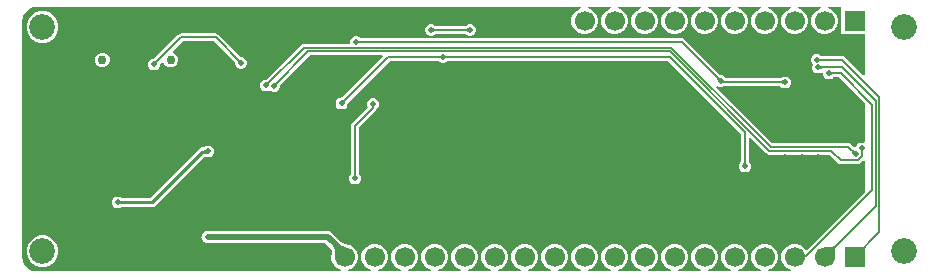
<source format=gbl>
G04*
G04 #@! TF.GenerationSoftware,Altium Limited,Altium Designer,23.1.1 (15)*
G04*
G04 Layer_Physical_Order=2*
G04 Layer_Color=16711680*
%FSLAX26Y26*%
%MOIN*%
G70*
G04*
G04 #@! TF.SameCoordinates,D0E4B440-4BE9-487C-8C21-8B387810EFB0*
G04*
G04*
G04 #@! TF.FilePolarity,Positive*
G04*
G01*
G75*
%ADD13C,0.010000*%
%ADD15C,0.006000*%
%ADD56C,0.020000*%
%ADD58C,0.085630*%
%ADD59C,0.066929*%
%ADD60R,0.066929X0.066929*%
%ADD61O,0.047244X0.078740*%
%ADD62C,0.029528*%
%ADD63O,0.047244X0.070866*%
%ADD64C,0.019685*%
G36*
X2672798Y-208849D02*
X2673579Y-209511D01*
X2674373Y-210094D01*
X2675179Y-210600D01*
X2675998Y-211028D01*
X2676829Y-211378D01*
X2677673Y-211650D01*
X2678530Y-211844D01*
X2679398Y-211961D01*
X2680280Y-212000D01*
Y-218000D01*
X2679398Y-218039D01*
X2678530Y-218156D01*
X2677673Y-218350D01*
X2676829Y-218622D01*
X2675998Y-218972D01*
X2675179Y-219400D01*
X2674373Y-219906D01*
X2673579Y-220489D01*
X2672798Y-221151D01*
X2672029Y-221890D01*
Y-208110D01*
X2672798Y-208849D01*
D02*
G37*
G36*
X60000Y-12745D02*
X1875602D01*
X1876260Y-17745D01*
X1869719Y-19498D01*
X1859808Y-25220D01*
X1851716Y-33312D01*
X1845994Y-43224D01*
X1843032Y-54278D01*
Y-65722D01*
X1845994Y-76777D01*
X1851716Y-86688D01*
X1859808Y-94781D01*
X1869719Y-100503D01*
X1880774Y-103465D01*
X1892218D01*
X1903273Y-100503D01*
X1913184Y-94781D01*
X1921276Y-86688D01*
X1926999Y-76777D01*
X1929961Y-65722D01*
Y-54278D01*
X1926999Y-43224D01*
X1921276Y-33312D01*
X1913184Y-25220D01*
X1903273Y-19498D01*
X1896732Y-17745D01*
X1897390Y-12745D01*
X1975602D01*
X1976260Y-17745D01*
X1969719Y-19498D01*
X1959808Y-25220D01*
X1951716Y-33312D01*
X1945994Y-43224D01*
X1943032Y-54278D01*
Y-65722D01*
X1945994Y-76777D01*
X1951716Y-86688D01*
X1959808Y-94781D01*
X1969719Y-100503D01*
X1980774Y-103465D01*
X1992218D01*
X2003273Y-100503D01*
X2013184Y-94781D01*
X2021276Y-86688D01*
X2026999Y-76777D01*
X2029961Y-65722D01*
Y-54278D01*
X2026999Y-43224D01*
X2021276Y-33312D01*
X2013184Y-25220D01*
X2003273Y-19498D01*
X1996732Y-17745D01*
X1997390Y-12745D01*
X2075602D01*
X2076260Y-17745D01*
X2069720Y-19498D01*
X2059808Y-25220D01*
X2051716Y-33312D01*
X2045994Y-43224D01*
X2043032Y-54278D01*
Y-65722D01*
X2045994Y-76777D01*
X2051716Y-86688D01*
X2059808Y-94781D01*
X2069720Y-100503D01*
X2080774Y-103465D01*
X2092218D01*
X2103273Y-100503D01*
X2113184Y-94781D01*
X2121276Y-86688D01*
X2126999Y-76777D01*
X2129961Y-65722D01*
Y-54278D01*
X2126999Y-43224D01*
X2121276Y-33312D01*
X2113184Y-25220D01*
X2103273Y-19498D01*
X2096732Y-17745D01*
X2097390Y-12745D01*
X2175602D01*
X2176260Y-17745D01*
X2169720Y-19498D01*
X2159808Y-25220D01*
X2151716Y-33312D01*
X2145994Y-43224D01*
X2143032Y-54278D01*
Y-65722D01*
X2145994Y-76777D01*
X2151716Y-86688D01*
X2159808Y-94781D01*
X2169720Y-100503D01*
X2180774Y-103465D01*
X2192218D01*
X2203273Y-100503D01*
X2213184Y-94781D01*
X2221276Y-86688D01*
X2226999Y-76777D01*
X2229961Y-65722D01*
Y-54278D01*
X2226999Y-43224D01*
X2221276Y-33312D01*
X2213184Y-25220D01*
X2203273Y-19498D01*
X2196732Y-17745D01*
X2197390Y-12745D01*
X2275602D01*
X2276260Y-17745D01*
X2269720Y-19498D01*
X2259808Y-25220D01*
X2251716Y-33312D01*
X2245994Y-43224D01*
X2243032Y-54278D01*
Y-65722D01*
X2245994Y-76777D01*
X2251716Y-86688D01*
X2259808Y-94781D01*
X2269720Y-100503D01*
X2280774Y-103465D01*
X2292218D01*
X2303273Y-100503D01*
X2313184Y-94781D01*
X2321276Y-86688D01*
X2326999Y-76777D01*
X2329961Y-65722D01*
Y-54278D01*
X2326999Y-43224D01*
X2321276Y-33312D01*
X2313184Y-25220D01*
X2303273Y-19498D01*
X2296732Y-17745D01*
X2297390Y-12745D01*
X2375602D01*
X2376260Y-17745D01*
X2369720Y-19498D01*
X2359808Y-25220D01*
X2351716Y-33312D01*
X2345994Y-43224D01*
X2343032Y-54278D01*
Y-65722D01*
X2345994Y-76777D01*
X2351716Y-86688D01*
X2359808Y-94781D01*
X2369720Y-100503D01*
X2380774Y-103465D01*
X2392218D01*
X2403273Y-100503D01*
X2413184Y-94781D01*
X2421276Y-86688D01*
X2426999Y-76777D01*
X2429961Y-65722D01*
Y-54278D01*
X2426999Y-43224D01*
X2421276Y-33312D01*
X2413184Y-25220D01*
X2403273Y-19498D01*
X2396732Y-17745D01*
X2397390Y-12745D01*
X2475602D01*
X2476260Y-17745D01*
X2469720Y-19498D01*
X2459808Y-25220D01*
X2451716Y-33312D01*
X2445994Y-43224D01*
X2443032Y-54278D01*
Y-65722D01*
X2445994Y-76777D01*
X2451716Y-86688D01*
X2459808Y-94781D01*
X2469720Y-100503D01*
X2480774Y-103465D01*
X2492218D01*
X2503273Y-100503D01*
X2513184Y-94781D01*
X2521276Y-86688D01*
X2526999Y-76777D01*
X2529961Y-65722D01*
Y-54278D01*
X2526999Y-43224D01*
X2521276Y-33312D01*
X2513184Y-25220D01*
X2503273Y-19498D01*
X2496732Y-17745D01*
X2497390Y-12745D01*
X2575602D01*
X2576260Y-17745D01*
X2569720Y-19498D01*
X2559808Y-25220D01*
X2551716Y-33312D01*
X2545994Y-43224D01*
X2543032Y-54278D01*
Y-65722D01*
X2545994Y-76777D01*
X2551716Y-86688D01*
X2559808Y-94781D01*
X2569720Y-100503D01*
X2580774Y-103465D01*
X2592218D01*
X2603273Y-100503D01*
X2613184Y-94781D01*
X2621276Y-86688D01*
X2626999Y-76777D01*
X2629961Y-65722D01*
Y-54278D01*
X2626999Y-43224D01*
X2621276Y-33312D01*
X2613184Y-25220D01*
X2603273Y-19498D01*
X2596732Y-17745D01*
X2597390Y-12745D01*
X2675602D01*
X2676260Y-17745D01*
X2669720Y-19498D01*
X2659808Y-25220D01*
X2651716Y-33312D01*
X2645994Y-43224D01*
X2643032Y-54278D01*
Y-65722D01*
X2645994Y-76777D01*
X2651716Y-86688D01*
X2659808Y-94781D01*
X2669720Y-100503D01*
X2680774Y-103465D01*
X2692218D01*
X2703273Y-100503D01*
X2713184Y-94781D01*
X2721276Y-86688D01*
X2726999Y-76777D01*
X2729961Y-65722D01*
Y-54278D01*
X2726999Y-43224D01*
X2721276Y-33312D01*
X2713184Y-25220D01*
X2703273Y-19498D01*
X2696732Y-17745D01*
X2697390Y-12745D01*
X2740112D01*
X2743032Y-16536D01*
Y-103465D01*
X2820000D01*
Y-239722D01*
X2815381Y-241636D01*
X2754372Y-180627D01*
X2750072Y-177754D01*
X2745000Y-176745D01*
X2674956D01*
X2671203Y-172992D01*
X2663910Y-169971D01*
X2656016D01*
X2648723Y-172992D01*
X2643141Y-178574D01*
X2640120Y-185867D01*
Y-193761D01*
X2643141Y-201054D01*
X2647496Y-205408D01*
X2645157Y-211053D01*
Y-218947D01*
X2648178Y-226240D01*
X2653760Y-231822D01*
X2661053Y-234843D01*
X2668947D01*
X2675157Y-232270D01*
X2678709Y-233809D01*
X2680157Y-234975D01*
Y-238947D01*
X2683178Y-246240D01*
X2688760Y-251822D01*
X2696053Y-254843D01*
X2703947D01*
X2711240Y-251822D01*
X2713335Y-249726D01*
X2714095Y-249240D01*
X2714632Y-248724D01*
X2714898Y-248499D01*
X2715108Y-248344D01*
X2715251Y-248255D01*
X2734510D01*
X2820000Y-333745D01*
X2820000Y-463165D01*
X2815843Y-465943D01*
X2813947Y-465158D01*
X2806053D01*
X2798760Y-468178D01*
X2793178Y-473760D01*
X2790659Y-479843D01*
X2786858Y-481290D01*
X2785157Y-481413D01*
X2774372Y-470627D01*
X2770072Y-467754D01*
X2765000Y-466745D01*
X2512026D01*
X2325930Y-280649D01*
X2328760Y-276822D01*
X2336053Y-279842D01*
X2343947D01*
X2349993Y-277338D01*
X2350115Y-277297D01*
X2350176Y-277262D01*
X2351240Y-276822D01*
X2351536Y-276525D01*
X2352633Y-276041D01*
X2352937Y-275933D01*
X2353287Y-275829D01*
X2353574Y-275762D01*
X2353613Y-275755D01*
X2537977D01*
X2538178Y-276240D01*
X2543760Y-281822D01*
X2551053Y-284842D01*
X2558947D01*
X2566240Y-281822D01*
X2571822Y-276240D01*
X2574843Y-268947D01*
Y-261053D01*
X2571822Y-253760D01*
X2566240Y-248178D01*
X2558947Y-245157D01*
X2551053D01*
X2545006Y-247662D01*
X2544885Y-247703D01*
X2544825Y-247737D01*
X2543760Y-248178D01*
X2543464Y-248475D01*
X2542365Y-248959D01*
X2542065Y-249066D01*
X2541711Y-249172D01*
X2541427Y-249238D01*
X2541386Y-249245D01*
X2357023D01*
X2356822Y-248760D01*
X2351240Y-243178D01*
X2343947Y-240157D01*
X2340984D01*
X2340102Y-239964D01*
X2339360Y-239950D01*
X2339008Y-239920D01*
X2338753Y-239881D01*
X2338588Y-239844D01*
X2219372Y-120627D01*
X2215072Y-117754D01*
X2210000Y-116745D01*
X1139807D01*
X1136240Y-113178D01*
X1128947Y-110157D01*
X1121053D01*
X1113760Y-113178D01*
X1108178Y-118760D01*
X1105158Y-126053D01*
Y-133947D01*
X1103850Y-135903D01*
X951654D01*
X946581Y-136912D01*
X942281Y-139785D01*
X826909Y-255158D01*
X821864D01*
X814571Y-258179D01*
X808990Y-263760D01*
X805969Y-271053D01*
Y-278947D01*
X808990Y-286240D01*
X814571Y-291822D01*
X821864Y-294843D01*
X829758D01*
X837051Y-291822D01*
X838654Y-290219D01*
X840737Y-292303D01*
X848030Y-295324D01*
X855924D01*
X863217Y-292303D01*
X868799Y-286721D01*
X871820Y-279428D01*
Y-274384D01*
X971791Y-174412D01*
X1211806D01*
X1213720Y-179032D01*
X1077908Y-314844D01*
X1077743Y-314882D01*
X1077488Y-314921D01*
X1077136Y-314950D01*
X1076394Y-314964D01*
X1075513Y-315158D01*
X1072549D01*
X1065256Y-318179D01*
X1059675Y-323760D01*
X1056654Y-331053D01*
Y-338947D01*
X1059675Y-346240D01*
X1065256Y-351822D01*
X1072549Y-354843D01*
X1080443D01*
X1087736Y-351822D01*
X1093318Y-346240D01*
X1096339Y-338947D01*
Y-335984D01*
X1096532Y-335103D01*
X1096547Y-334360D01*
X1096576Y-334009D01*
X1096615Y-333753D01*
X1096653Y-333589D01*
X1236987Y-193255D01*
X1400193D01*
X1403760Y-196822D01*
X1411053Y-199843D01*
X1418947D01*
X1426240Y-196822D01*
X1429807Y-193255D01*
X2164510D01*
X2406745Y-435490D01*
Y-529749D01*
X2406656Y-529891D01*
X2406501Y-530102D01*
X2406276Y-530368D01*
X2405760Y-530904D01*
X2405274Y-531665D01*
X2403178Y-533760D01*
X2400157Y-541053D01*
Y-548947D01*
X2403178Y-556240D01*
X2408760Y-561822D01*
X2416053Y-564842D01*
X2423947D01*
X2431240Y-561822D01*
X2436822Y-556240D01*
X2439843Y-548947D01*
Y-541053D01*
X2436822Y-533760D01*
X2434726Y-531665D01*
X2434240Y-530904D01*
X2433724Y-530368D01*
X2433499Y-530102D01*
X2433344Y-529891D01*
X2433255Y-529749D01*
Y-448967D01*
X2437874Y-447054D01*
X2492193Y-501373D01*
X2496493Y-504246D01*
X2501565Y-505255D01*
X2701510D01*
X2730628Y-534372D01*
X2734928Y-537246D01*
X2740000Y-538255D01*
X2796647D01*
X2801720Y-537246D01*
X2806020Y-534372D01*
X2815000Y-525392D01*
X2820000Y-527463D01*
Y-631255D01*
X2627571Y-823684D01*
X2622614Y-823031D01*
X2621276Y-820714D01*
X2613184Y-812622D01*
X2603273Y-806899D01*
X2592218Y-803937D01*
X2580774D01*
X2569720Y-806899D01*
X2559808Y-812622D01*
X2551716Y-820714D01*
X2545994Y-830625D01*
X2543032Y-841680D01*
Y-853124D01*
X2545994Y-864179D01*
X2551716Y-874090D01*
X2559808Y-882182D01*
X2569720Y-887904D01*
X2576261Y-889657D01*
X2575603Y-894657D01*
X2497390D01*
X2496731Y-889657D01*
X2503273Y-887904D01*
X2513184Y-882182D01*
X2521276Y-874090D01*
X2526999Y-864179D01*
X2529961Y-853124D01*
Y-841680D01*
X2526999Y-830625D01*
X2521276Y-820714D01*
X2513184Y-812622D01*
X2503273Y-806899D01*
X2492218Y-803937D01*
X2480774D01*
X2469720Y-806899D01*
X2459808Y-812622D01*
X2451716Y-820714D01*
X2445994Y-830625D01*
X2443032Y-841680D01*
Y-853124D01*
X2445994Y-864179D01*
X2451716Y-874090D01*
X2459808Y-882182D01*
X2469720Y-887904D01*
X2476261Y-889657D01*
X2475603Y-894657D01*
X2397390D01*
X2396731Y-889657D01*
X2403273Y-887904D01*
X2413184Y-882182D01*
X2421276Y-874090D01*
X2426999Y-864179D01*
X2429961Y-853124D01*
Y-841680D01*
X2426999Y-830625D01*
X2421276Y-820714D01*
X2413184Y-812622D01*
X2403273Y-806899D01*
X2392218Y-803937D01*
X2380774D01*
X2369720Y-806899D01*
X2359808Y-812622D01*
X2351716Y-820714D01*
X2345994Y-830625D01*
X2343032Y-841680D01*
Y-853124D01*
X2345994Y-864179D01*
X2351716Y-874090D01*
X2359808Y-882182D01*
X2369720Y-887904D01*
X2376261Y-889657D01*
X2375603Y-894657D01*
X2297390D01*
X2296731Y-889657D01*
X2303273Y-887904D01*
X2313184Y-882182D01*
X2321276Y-874090D01*
X2326999Y-864179D01*
X2329961Y-853124D01*
Y-841680D01*
X2326999Y-830625D01*
X2321276Y-820714D01*
X2313184Y-812622D01*
X2303273Y-806899D01*
X2292218Y-803937D01*
X2280774D01*
X2269720Y-806899D01*
X2259808Y-812622D01*
X2251716Y-820714D01*
X2245994Y-830625D01*
X2243032Y-841680D01*
Y-853124D01*
X2245994Y-864179D01*
X2251716Y-874090D01*
X2259808Y-882182D01*
X2269720Y-887904D01*
X2276261Y-889657D01*
X2275603Y-894657D01*
X2197390D01*
X2196731Y-889657D01*
X2203273Y-887904D01*
X2213184Y-882182D01*
X2221276Y-874090D01*
X2226999Y-864179D01*
X2229961Y-853124D01*
Y-841680D01*
X2226999Y-830625D01*
X2221276Y-820714D01*
X2213184Y-812622D01*
X2203273Y-806899D01*
X2192218Y-803937D01*
X2180774D01*
X2169720Y-806899D01*
X2159808Y-812622D01*
X2151716Y-820714D01*
X2145994Y-830625D01*
X2143032Y-841680D01*
Y-853124D01*
X2145994Y-864179D01*
X2151716Y-874090D01*
X2159808Y-882182D01*
X2169720Y-887904D01*
X2176261Y-889657D01*
X2175603Y-894657D01*
X2097390D01*
X2096731Y-889657D01*
X2103273Y-887904D01*
X2113184Y-882182D01*
X2121276Y-874090D01*
X2126999Y-864179D01*
X2129961Y-853124D01*
Y-841680D01*
X2126999Y-830625D01*
X2121276Y-820714D01*
X2113184Y-812622D01*
X2103273Y-806899D01*
X2092218Y-803937D01*
X2080774D01*
X2069720Y-806899D01*
X2059808Y-812622D01*
X2051716Y-820714D01*
X2045994Y-830625D01*
X2043032Y-841680D01*
Y-853124D01*
X2045994Y-864179D01*
X2051716Y-874090D01*
X2059808Y-882182D01*
X2069720Y-887904D01*
X2076261Y-889657D01*
X2075603Y-894657D01*
X1997390D01*
X1996731Y-889657D01*
X2003273Y-887904D01*
X2013184Y-882182D01*
X2021276Y-874090D01*
X2026999Y-864179D01*
X2029961Y-853124D01*
Y-841680D01*
X2026999Y-830625D01*
X2021276Y-820714D01*
X2013184Y-812622D01*
X2003273Y-806899D01*
X1992218Y-803937D01*
X1980774D01*
X1969719Y-806899D01*
X1959808Y-812622D01*
X1951716Y-820714D01*
X1945994Y-830625D01*
X1943032Y-841680D01*
Y-853124D01*
X1945994Y-864179D01*
X1951716Y-874090D01*
X1959808Y-882182D01*
X1969719Y-887904D01*
X1976261Y-889657D01*
X1975603Y-894657D01*
X1897389D01*
X1896731Y-889657D01*
X1903273Y-887904D01*
X1913184Y-882182D01*
X1921276Y-874090D01*
X1926999Y-864179D01*
X1929961Y-853124D01*
Y-841680D01*
X1926999Y-830625D01*
X1921276Y-820714D01*
X1913184Y-812622D01*
X1903273Y-806899D01*
X1892218Y-803937D01*
X1880774D01*
X1869719Y-806899D01*
X1859808Y-812622D01*
X1851716Y-820714D01*
X1845994Y-830625D01*
X1843032Y-841680D01*
Y-853124D01*
X1845994Y-864179D01*
X1851716Y-874090D01*
X1859808Y-882182D01*
X1869719Y-887904D01*
X1876261Y-889657D01*
X1875603Y-894657D01*
X1797389D01*
X1796731Y-889657D01*
X1803273Y-887904D01*
X1813184Y-882182D01*
X1821276Y-874090D01*
X1826999Y-864179D01*
X1829961Y-853124D01*
Y-841680D01*
X1826999Y-830625D01*
X1821276Y-820714D01*
X1813184Y-812622D01*
X1803273Y-806899D01*
X1792218Y-803937D01*
X1780774D01*
X1769719Y-806899D01*
X1759808Y-812622D01*
X1751716Y-820714D01*
X1745994Y-830625D01*
X1743032Y-841680D01*
Y-853124D01*
X1745994Y-864179D01*
X1751716Y-874090D01*
X1759808Y-882182D01*
X1769719Y-887904D01*
X1776261Y-889657D01*
X1775603Y-894657D01*
X1697389D01*
X1696731Y-889657D01*
X1703273Y-887904D01*
X1713184Y-882182D01*
X1721276Y-874090D01*
X1726999Y-864179D01*
X1729961Y-853124D01*
Y-841680D01*
X1726999Y-830625D01*
X1721276Y-820714D01*
X1713184Y-812622D01*
X1703273Y-806899D01*
X1692218Y-803937D01*
X1680774D01*
X1669719Y-806899D01*
X1659808Y-812622D01*
X1651716Y-820714D01*
X1645994Y-830625D01*
X1643032Y-841680D01*
Y-853124D01*
X1645994Y-864179D01*
X1651716Y-874090D01*
X1659808Y-882182D01*
X1669719Y-887904D01*
X1676261Y-889657D01*
X1675603Y-894657D01*
X1597389D01*
X1596731Y-889657D01*
X1603273Y-887904D01*
X1613184Y-882182D01*
X1621276Y-874090D01*
X1626999Y-864179D01*
X1629961Y-853124D01*
Y-841680D01*
X1626999Y-830625D01*
X1621276Y-820714D01*
X1613184Y-812622D01*
X1603273Y-806899D01*
X1592218Y-803937D01*
X1580774D01*
X1569719Y-806899D01*
X1559808Y-812622D01*
X1551716Y-820714D01*
X1545994Y-830625D01*
X1543032Y-841680D01*
Y-853124D01*
X1545994Y-864179D01*
X1551716Y-874090D01*
X1559808Y-882182D01*
X1569719Y-887904D01*
X1576261Y-889657D01*
X1575603Y-894657D01*
X1497389Y-894657D01*
X1496731Y-889657D01*
X1503273Y-887904D01*
X1513184Y-882182D01*
X1521276Y-874090D01*
X1526999Y-864179D01*
X1529961Y-853124D01*
Y-841680D01*
X1526999Y-830625D01*
X1521276Y-820714D01*
X1513184Y-812622D01*
X1503273Y-806899D01*
X1492218Y-803937D01*
X1480774D01*
X1469719Y-806899D01*
X1459808Y-812622D01*
X1451716Y-820714D01*
X1445994Y-830625D01*
X1443032Y-841680D01*
Y-853124D01*
X1445994Y-864179D01*
X1451716Y-874090D01*
X1459808Y-882182D01*
X1469719Y-887904D01*
X1476261Y-889657D01*
X1475603Y-894657D01*
X1397389D01*
X1396731Y-889657D01*
X1403273Y-887904D01*
X1413184Y-882182D01*
X1421276Y-874090D01*
X1426999Y-864179D01*
X1429961Y-853124D01*
Y-841680D01*
X1426999Y-830625D01*
X1421276Y-820714D01*
X1413184Y-812622D01*
X1403273Y-806899D01*
X1392218Y-803937D01*
X1380774D01*
X1369719Y-806899D01*
X1359808Y-812622D01*
X1351716Y-820714D01*
X1345994Y-830625D01*
X1343032Y-841680D01*
Y-853124D01*
X1345994Y-864179D01*
X1351716Y-874090D01*
X1359808Y-882182D01*
X1369719Y-887904D01*
X1376261Y-889657D01*
X1375603Y-894657D01*
X1297389D01*
X1296731Y-889657D01*
X1303273Y-887904D01*
X1313184Y-882182D01*
X1321276Y-874090D01*
X1326999Y-864179D01*
X1329961Y-853124D01*
Y-841680D01*
X1326999Y-830625D01*
X1321276Y-820714D01*
X1313184Y-812622D01*
X1303273Y-806899D01*
X1292218Y-803937D01*
X1280774D01*
X1269719Y-806899D01*
X1259808Y-812622D01*
X1251716Y-820714D01*
X1245994Y-830625D01*
X1243032Y-841680D01*
Y-853124D01*
X1245994Y-864179D01*
X1251716Y-874090D01*
X1259808Y-882182D01*
X1269719Y-887904D01*
X1276261Y-889657D01*
X1275603Y-894657D01*
X1197389D01*
X1196731Y-889657D01*
X1203273Y-887904D01*
X1213184Y-882182D01*
X1221276Y-874090D01*
X1226999Y-864179D01*
X1229961Y-853124D01*
Y-841680D01*
X1226999Y-830625D01*
X1221276Y-820714D01*
X1213184Y-812622D01*
X1203273Y-806899D01*
X1192218Y-803937D01*
X1180774D01*
X1169719Y-806899D01*
X1159808Y-812622D01*
X1151716Y-820714D01*
X1145994Y-830625D01*
X1143032Y-841680D01*
Y-853124D01*
X1145994Y-864179D01*
X1151716Y-874090D01*
X1159808Y-882182D01*
X1169719Y-887904D01*
X1176261Y-889657D01*
X1175603Y-894657D01*
X1097389D01*
X1096731Y-889657D01*
X1103273Y-887904D01*
X1113184Y-882182D01*
X1121276Y-874090D01*
X1126999Y-864179D01*
X1129961Y-853124D01*
Y-841680D01*
X1126999Y-830625D01*
X1121276Y-820714D01*
X1113184Y-812622D01*
X1103273Y-806899D01*
X1098622Y-805653D01*
X1097869Y-805254D01*
X1090821Y-803142D01*
X1088050Y-802128D01*
X1082546Y-799676D01*
X1080345Y-798486D01*
X1078248Y-797194D01*
X1076365Y-795868D01*
X1075524Y-795190D01*
X1045915Y-765581D01*
X1039300Y-761161D01*
X1031496Y-759609D01*
X630001D01*
X630000Y-759608D01*
X627238Y-760158D01*
X626053D01*
X624958Y-760611D01*
X622196Y-761160D01*
X619855Y-762725D01*
X618760Y-763178D01*
X617922Y-764016D01*
X615581Y-765581D01*
X614016Y-767922D01*
X613178Y-768760D01*
X612725Y-769855D01*
X611160Y-772196D01*
X610611Y-774958D01*
X610158Y-776053D01*
Y-777238D01*
X609608Y-780000D01*
X610158Y-782762D01*
Y-783947D01*
X610611Y-785042D01*
X611160Y-787804D01*
X612725Y-790145D01*
X613178Y-791240D01*
X614016Y-792078D01*
X615581Y-794419D01*
X615581Y-794419D01*
X617922Y-795984D01*
X618760Y-796822D01*
X619855Y-797275D01*
X622197Y-798840D01*
X624959Y-799389D01*
X626053Y-799842D01*
X627237D01*
X630000Y-800392D01*
X1023050D01*
X1042279Y-819621D01*
X1043074Y-820706D01*
X1043944Y-822218D01*
X1044601Y-823746D01*
X1045071Y-825331D01*
X1045363Y-827019D01*
X1045471Y-828857D01*
X1045375Y-830880D01*
X1045049Y-833107D01*
X1044373Y-835945D01*
X1044341Y-836795D01*
X1043032Y-841680D01*
Y-853124D01*
X1045994Y-864179D01*
X1051716Y-874090D01*
X1059808Y-882182D01*
X1069719Y-887904D01*
X1076261Y-889657D01*
X1075603Y-894657D01*
X64992Y-894657D01*
X60000Y-894657D01*
X55199Y-894176D01*
X47730Y-893192D01*
X36297Y-888456D01*
X26479Y-880923D01*
X18945Y-871105D01*
X14210Y-859671D01*
X12654Y-847857D01*
X12745Y-847402D01*
Y-60000D01*
X12654Y-59545D01*
X14210Y-47731D01*
X18945Y-36297D01*
X26479Y-26479D01*
X36297Y-18946D01*
X47730Y-14210D01*
X59544Y-12655D01*
X60000Y-12745D01*
D02*
G37*
G36*
X2707798Y-228849D02*
X2708579Y-229511D01*
X2709373Y-230094D01*
X2710179Y-230600D01*
X2710998Y-231028D01*
X2711829Y-231378D01*
X2712673Y-231650D01*
X2713530Y-231844D01*
X2714398Y-231961D01*
X2715280Y-232000D01*
Y-238000D01*
X2714398Y-238039D01*
X2713530Y-238156D01*
X2712673Y-238350D01*
X2711829Y-238622D01*
X2710998Y-238972D01*
X2710179Y-239400D01*
X2709373Y-239906D01*
X2708579Y-240489D01*
X2707798Y-241151D01*
X2707029Y-241890D01*
Y-228110D01*
X2707798Y-228849D01*
D02*
G37*
G36*
X2331968Y-247670D02*
X2332665Y-248202D01*
X2333408Y-248670D01*
X2334197Y-249074D01*
X2335032Y-249414D01*
X2335914Y-249691D01*
X2336841Y-249903D01*
X2337815Y-250052D01*
X2338835Y-250137D01*
X2339902Y-250158D01*
X2330158Y-259902D01*
X2330137Y-258835D01*
X2330052Y-257815D01*
X2329903Y-256841D01*
X2329691Y-255914D01*
X2329414Y-255032D01*
X2329074Y-254197D01*
X2328670Y-253408D01*
X2328202Y-252665D01*
X2327670Y-251968D01*
X2327074Y-251317D01*
X2331317Y-247074D01*
X2331968Y-247670D01*
D02*
G37*
G36*
X2349070Y-255954D02*
X2349636Y-256698D01*
X2350245Y-257355D01*
X2350898Y-257924D01*
X2351595Y-258406D01*
X2352335Y-258800D01*
X2353119Y-259106D01*
X2353948Y-259325D01*
X2354820Y-259456D01*
X2355735Y-259500D01*
X2354068Y-265500D01*
X2353242Y-265530D01*
X2352400Y-265618D01*
X2351541Y-265766D01*
X2350664Y-265972D01*
X2349771Y-266238D01*
X2348861Y-266562D01*
X2346988Y-267388D01*
X2346027Y-267889D01*
X2345048Y-268449D01*
X2348548Y-255122D01*
X2349070Y-255954D01*
D02*
G37*
G36*
X2546452Y-269879D02*
X2545930Y-269047D01*
X2545365Y-268302D01*
X2544755Y-267646D01*
X2544102Y-267076D01*
X2543405Y-266595D01*
X2542665Y-266201D01*
X2541881Y-265894D01*
X2541052Y-265675D01*
X2540180Y-265544D01*
X2539265Y-265500D01*
X2540932Y-259500D01*
X2541757Y-259471D01*
X2542599Y-259382D01*
X2543459Y-259235D01*
X2544335Y-259028D01*
X2545229Y-258763D01*
X2546139Y-258438D01*
X2548011Y-257613D01*
X2548973Y-257111D01*
X2549951Y-256551D01*
X2546452Y-269879D01*
D02*
G37*
G36*
X1089422Y-326317D02*
X1088826Y-326968D01*
X1088294Y-327665D01*
X1087826Y-328408D01*
X1087422Y-329197D01*
X1087082Y-330033D01*
X1086805Y-330914D01*
X1086593Y-331842D01*
X1086444Y-332816D01*
X1086359Y-333836D01*
X1086338Y-334902D01*
X1076595Y-325158D01*
X1077661Y-325137D01*
X1078681Y-325052D01*
X1079655Y-324904D01*
X1080582Y-324691D01*
X1081464Y-324415D01*
X1082299Y-324074D01*
X1083089Y-323670D01*
X1083832Y-323202D01*
X1084528Y-322670D01*
X1085179Y-322075D01*
X1089422Y-326317D01*
D02*
G37*
G36*
X2781968Y-492670D02*
X2782665Y-493202D01*
X2783408Y-493670D01*
X2784197Y-494074D01*
X2785032Y-494414D01*
X2785914Y-494691D01*
X2786841Y-494903D01*
X2787815Y-495052D01*
X2788835Y-495137D01*
X2789902Y-495158D01*
X2780158Y-504902D01*
X2780137Y-503835D01*
X2780052Y-502815D01*
X2779903Y-501841D01*
X2779691Y-500914D01*
X2779414Y-500032D01*
X2779074Y-499197D01*
X2778670Y-498408D01*
X2778202Y-497665D01*
X2777670Y-496968D01*
X2777074Y-496317D01*
X2781317Y-492074D01*
X2781968Y-492670D01*
D02*
G37*
G36*
X2423039Y-530602D02*
X2423156Y-531471D01*
X2423350Y-532327D01*
X2423622Y-533171D01*
X2423972Y-534002D01*
X2424400Y-534821D01*
X2424906Y-535627D01*
X2425489Y-536421D01*
X2426151Y-537202D01*
X2426890Y-537971D01*
X2413110D01*
X2413849Y-537202D01*
X2414511Y-536421D01*
X2415094Y-535627D01*
X2415600Y-534821D01*
X2416028Y-534002D01*
X2416378Y-533171D01*
X2416650Y-532327D01*
X2416844Y-531471D01*
X2416961Y-530602D01*
X2417000Y-529720D01*
X2423000D01*
X2423039Y-530602D01*
D02*
G37*
G36*
X2824083Y-814057D02*
X2822883Y-815299D01*
X2820993Y-817519D01*
X2820302Y-818499D01*
X2819781Y-819391D01*
X2819429Y-820196D01*
X2819248Y-820913D01*
X2819236Y-821544D01*
X2819393Y-822087D01*
X2819721Y-822543D01*
X2811355Y-814177D01*
X2811811Y-814505D01*
X2812354Y-814663D01*
X2812985Y-814650D01*
X2813702Y-814469D01*
X2814507Y-814117D01*
X2815400Y-813596D01*
X2816379Y-812905D01*
X2817446Y-812045D01*
X2819841Y-809815D01*
X2824083Y-814057D01*
D02*
G37*
G36*
X1068004Y-802223D02*
X1070223Y-804013D01*
X1072635Y-805711D01*
X1075240Y-807317D01*
X1078040Y-808831D01*
X1084220Y-811583D01*
X1087600Y-812821D01*
X1094942Y-815021D01*
X1054290Y-838310D01*
X1055072Y-835031D01*
X1055536Y-831861D01*
X1055681Y-828800D01*
X1055507Y-825848D01*
X1055016Y-823005D01*
X1054206Y-820272D01*
X1053077Y-817647D01*
X1051630Y-815131D01*
X1049865Y-812725D01*
X1047781Y-810427D01*
X1065980Y-800341D01*
X1068004Y-802223D01*
D02*
G37*
G36*
X2726383Y-811758D02*
X2725111Y-813319D01*
X2723979Y-815317D01*
X2722987Y-817754D01*
X2722134Y-820628D01*
X2721422Y-823940D01*
X2720850Y-827690D01*
X2720124Y-836503D01*
X2719959Y-847067D01*
X2686831Y-813939D01*
X2692332Y-813926D01*
X2706208Y-813048D01*
X2709958Y-812476D01*
X2713270Y-811764D01*
X2716144Y-810911D01*
X2718581Y-809919D01*
X2720579Y-808787D01*
X2722140Y-807515D01*
X2726383Y-811758D01*
D02*
G37*
G36*
X2618888Y-838749D02*
X2619233Y-839338D01*
X2619673Y-839857D01*
X2620210Y-840308D01*
X2620843Y-840688D01*
X2621571Y-841000D01*
X2622396Y-841242D01*
X2623317Y-841415D01*
X2624333Y-841519D01*
X2625446Y-841554D01*
Y-847554D01*
X2624436Y-847590D01*
X2623524Y-847697D01*
X2622711Y-847875D01*
X2621994Y-848126D01*
X2621376Y-848447D01*
X2620856Y-848840D01*
X2620433Y-849304D01*
X2620109Y-849840D01*
X2619882Y-850448D01*
X2619753Y-851126D01*
X2618640Y-838092D01*
X2618888Y-838749D01*
D02*
G37*
%LPC*%
G36*
X1378947Y-70157D02*
X1371053D01*
X1363760Y-73178D01*
X1358178Y-78760D01*
X1355158Y-86053D01*
Y-93947D01*
X1358178Y-101240D01*
X1363760Y-106822D01*
X1371053Y-109843D01*
X1378947D01*
X1386240Y-106822D01*
X1388025Y-105036D01*
X1388669Y-104650D01*
X1389237Y-104134D01*
X1389543Y-103889D01*
X1389790Y-103716D01*
X1389977Y-103603D01*
X1390080Y-103552D01*
X1488977D01*
X1488990Y-103560D01*
X1489162Y-103692D01*
X1489393Y-103899D01*
X1489897Y-104412D01*
X1490730Y-104979D01*
X1493166Y-107416D01*
X1500459Y-110437D01*
X1508353D01*
X1515646Y-107416D01*
X1521227Y-101834D01*
X1524248Y-94541D01*
Y-86647D01*
X1521227Y-79354D01*
X1515646Y-73772D01*
X1508353Y-70752D01*
X1500459D01*
X1493166Y-73772D01*
X1491380Y-75558D01*
X1490737Y-75944D01*
X1490168Y-76460D01*
X1489863Y-76705D01*
X1489616Y-76878D01*
X1489428Y-76991D01*
X1489326Y-77042D01*
X1390429D01*
X1390416Y-77034D01*
X1390244Y-76902D01*
X1390013Y-76695D01*
X1389508Y-76182D01*
X1388676Y-75615D01*
X1386240Y-73178D01*
X1378947Y-70157D01*
D02*
G37*
G36*
X86638Y-26870D02*
X72732D01*
X59299Y-30470D01*
X47256Y-37423D01*
X37423Y-47256D01*
X30469Y-59300D01*
X26870Y-72732D01*
Y-86638D01*
X30469Y-100071D01*
X37423Y-112114D01*
X47256Y-121948D01*
X59299Y-128901D01*
X72732Y-132500D01*
X86638D01*
X100071Y-128901D01*
X112114Y-121948D01*
X121947Y-112114D01*
X128901Y-100071D01*
X132500Y-86638D01*
Y-72732D01*
X128901Y-59300D01*
X121947Y-47256D01*
X112114Y-37423D01*
X100071Y-30470D01*
X86638Y-26870D01*
D02*
G37*
G36*
X283862Y-165236D02*
X274010D01*
X264909Y-169006D01*
X257942Y-175973D01*
X254172Y-185074D01*
Y-194926D01*
X257942Y-204028D01*
X264909Y-210994D01*
X274010Y-214764D01*
X283862D01*
X292964Y-210994D01*
X299930Y-204028D01*
X303700Y-194926D01*
Y-185074D01*
X299930Y-175973D01*
X292964Y-169006D01*
X283862Y-165236D01*
D02*
G37*
G36*
X656496Y-101746D02*
X541496D01*
X536424Y-102755D01*
X532124Y-105628D01*
X452908Y-184844D01*
X452743Y-184881D01*
X452488Y-184921D01*
X452136Y-184950D01*
X451394Y-184964D01*
X450513Y-185158D01*
X447549D01*
X440256Y-188179D01*
X434675Y-193760D01*
X431654Y-201053D01*
Y-208947D01*
X434675Y-216240D01*
X440256Y-221822D01*
X447549Y-224843D01*
X455443D01*
X462736Y-221822D01*
X468318Y-216240D01*
X471339Y-208947D01*
Y-205984D01*
X471532Y-205103D01*
X471547Y-204360D01*
X471576Y-204009D01*
X471615Y-203753D01*
X471653Y-203589D01*
X477490Y-197751D01*
X483388Y-198924D01*
X485502Y-204028D01*
X492469Y-210994D01*
X501570Y-214764D01*
X511422D01*
X520524Y-210994D01*
X527490Y-204028D01*
X531260Y-194926D01*
Y-185074D01*
X527490Y-175973D01*
X520524Y-169006D01*
X515420Y-166892D01*
X514247Y-160994D01*
X546986Y-128255D01*
X651006D01*
X721340Y-198589D01*
X721377Y-198753D01*
X721416Y-199009D01*
X721446Y-199360D01*
X721460Y-200103D01*
X721654Y-200984D01*
Y-203947D01*
X724675Y-211240D01*
X730256Y-216822D01*
X737549Y-219843D01*
X745443D01*
X752736Y-216822D01*
X758318Y-211240D01*
X761339Y-203947D01*
Y-196053D01*
X758318Y-188760D01*
X752736Y-183179D01*
X745443Y-180158D01*
X742480D01*
X741599Y-179964D01*
X740856Y-179950D01*
X740505Y-179921D01*
X740249Y-179881D01*
X740085Y-179844D01*
X665869Y-105628D01*
X661569Y-102755D01*
X656496Y-101746D01*
D02*
G37*
G36*
X635443Y-475158D02*
X627549D01*
X620256Y-478179D01*
X616875Y-481560D01*
X612092D01*
X606239Y-482724D01*
X601278Y-486039D01*
X437611Y-649706D01*
X342768D01*
X341240Y-648178D01*
X333947Y-645158D01*
X326053D01*
X318760Y-648178D01*
X313178Y-653760D01*
X310158Y-661053D01*
Y-668947D01*
X313178Y-676240D01*
X318760Y-681822D01*
X326053Y-684842D01*
X333947D01*
X341240Y-681822D01*
X342768Y-680294D01*
X443945D01*
X449798Y-679130D01*
X454760Y-675814D01*
X618427Y-512147D01*
X620804D01*
X621141Y-512188D01*
X627549Y-514843D01*
X635443D01*
X642736Y-511822D01*
X648318Y-506240D01*
X651339Y-498947D01*
Y-491053D01*
X648318Y-483760D01*
X642736Y-478179D01*
X635443Y-475158D01*
D02*
G37*
G36*
X1185443Y-318112D02*
X1177549D01*
X1170256Y-321133D01*
X1164675Y-326715D01*
X1161654Y-334008D01*
Y-341902D01*
X1164347Y-348404D01*
X1112124Y-400628D01*
X1109251Y-404928D01*
X1108242Y-410000D01*
Y-569749D01*
X1108152Y-569892D01*
X1107998Y-570102D01*
X1107772Y-570368D01*
X1107257Y-570905D01*
X1106770Y-571665D01*
X1104675Y-573760D01*
X1101654Y-581053D01*
Y-588947D01*
X1104675Y-596240D01*
X1110256Y-601822D01*
X1117549Y-604843D01*
X1125443D01*
X1132736Y-601822D01*
X1138318Y-596240D01*
X1141339Y-588947D01*
Y-581053D01*
X1138318Y-573760D01*
X1136223Y-571665D01*
X1135736Y-570905D01*
X1135220Y-570368D01*
X1134995Y-570102D01*
X1134840Y-569892D01*
X1134751Y-569749D01*
Y-415491D01*
X1189568Y-360674D01*
X1192441Y-356373D01*
X1192764Y-354748D01*
X1198318Y-349195D01*
X1201339Y-341902D01*
Y-334008D01*
X1198318Y-326715D01*
X1192736Y-321133D01*
X1185443Y-318112D01*
D02*
G37*
G36*
X86638Y-774902D02*
X72732D01*
X59299Y-778501D01*
X47256Y-785455D01*
X37423Y-795288D01*
X30469Y-807331D01*
X26870Y-820764D01*
Y-834670D01*
X30469Y-848103D01*
X37423Y-860146D01*
X47256Y-869979D01*
X59299Y-876933D01*
X72732Y-880532D01*
X86638D01*
X100071Y-876933D01*
X112114Y-869979D01*
X121947Y-860146D01*
X128901Y-848103D01*
X132500Y-834670D01*
Y-820764D01*
X128901Y-807331D01*
X121947Y-795288D01*
X112114Y-785455D01*
X100071Y-778501D01*
X86638Y-774902D01*
D02*
G37*
%LPD*%
G36*
X1382975Y-84080D02*
X1383732Y-84755D01*
X1384505Y-85351D01*
X1385294Y-85867D01*
X1386100Y-86304D01*
X1386922Y-86662D01*
X1387759Y-86940D01*
X1388613Y-87138D01*
X1389483Y-87257D01*
X1390370Y-87297D01*
X1390179Y-93297D01*
X1389303Y-93335D01*
X1388436Y-93449D01*
X1387578Y-93639D01*
X1386728Y-93905D01*
X1385887Y-94248D01*
X1385056Y-94666D01*
X1384233Y-95160D01*
X1383419Y-95730D01*
X1382614Y-96376D01*
X1381818Y-97099D01*
X1382234Y-83326D01*
X1382975Y-84080D01*
D02*
G37*
G36*
X1497172Y-97269D02*
X1496431Y-96514D01*
X1495674Y-95839D01*
X1494901Y-95243D01*
X1494111Y-94727D01*
X1493306Y-94290D01*
X1492484Y-93933D01*
X1491647Y-93654D01*
X1490793Y-93456D01*
X1489922Y-93337D01*
X1489036Y-93297D01*
X1489226Y-87297D01*
X1490103Y-87259D01*
X1490970Y-87145D01*
X1491828Y-86955D01*
X1492678Y-86689D01*
X1493518Y-86347D01*
X1494350Y-85928D01*
X1495173Y-85434D01*
X1495987Y-84864D01*
X1496792Y-84218D01*
X1497588Y-83495D01*
X1497172Y-97269D01*
D02*
G37*
G36*
X733464Y-187670D02*
X734161Y-188202D01*
X734904Y-188670D01*
X735693Y-189074D01*
X736528Y-189415D01*
X737410Y-189691D01*
X738338Y-189904D01*
X739312Y-190052D01*
X740332Y-190137D01*
X741398Y-190158D01*
X731654Y-199902D01*
X731633Y-198836D01*
X731548Y-197816D01*
X731399Y-196842D01*
X731187Y-195914D01*
X730910Y-195032D01*
X730570Y-194197D01*
X730166Y-193408D01*
X729698Y-192665D01*
X729166Y-191968D01*
X728571Y-191317D01*
X732813Y-187075D01*
X733464Y-187670D01*
D02*
G37*
G36*
X464422Y-196317D02*
X463826Y-196968D01*
X463294Y-197665D01*
X462826Y-198408D01*
X462422Y-199197D01*
X462082Y-200032D01*
X461805Y-200914D01*
X461593Y-201842D01*
X461444Y-202816D01*
X461359Y-203836D01*
X461338Y-204902D01*
X451595Y-195158D01*
X452661Y-195137D01*
X453681Y-195052D01*
X454655Y-194904D01*
X455582Y-194691D01*
X456464Y-194415D01*
X457299Y-194074D01*
X458089Y-193670D01*
X458832Y-193202D01*
X459529Y-192670D01*
X460179Y-192075D01*
X464422Y-196317D01*
D02*
G37*
G36*
X625890Y-503090D02*
X625495Y-502855D01*
X625024Y-502645D01*
X624478Y-502459D01*
X623855Y-502299D01*
X623157Y-502163D01*
X621532Y-501965D01*
X620606Y-501903D01*
X618526Y-501853D01*
X616265Y-491853D01*
X617326Y-491830D01*
X619211Y-491647D01*
X620033Y-491486D01*
X620776Y-491279D01*
X621439Y-491027D01*
X622023Y-490728D01*
X622527Y-490384D01*
X622951Y-489993D01*
X623296Y-489557D01*
X625890Y-503090D01*
D02*
G37*
G36*
X337436Y-658469D02*
X337916Y-658791D01*
X338469Y-659074D01*
X339095Y-659320D01*
X339794Y-659528D01*
X340566Y-659698D01*
X341411Y-659830D01*
X342329Y-659924D01*
X344383Y-660000D01*
Y-670000D01*
X343320Y-670019D01*
X341411Y-670170D01*
X340566Y-670302D01*
X339794Y-670472D01*
X339095Y-670680D01*
X338469Y-670926D01*
X337916Y-671209D01*
X337436Y-671531D01*
X337029Y-671890D01*
Y-658110D01*
X337436Y-658469D01*
D02*
G37*
G36*
X1184471Y-347337D02*
X1184228Y-347450D01*
X1184012Y-347625D01*
X1183820Y-347864D01*
X1183655Y-348165D01*
X1183514Y-348530D01*
X1183399Y-348958D01*
X1183310Y-349449D01*
X1183246Y-350003D01*
X1183208Y-350621D01*
X1183195Y-351301D01*
X1177195D01*
X1177185Y-350457D01*
X1177031Y-348373D01*
X1176938Y-347829D01*
X1176825Y-347359D01*
X1176692Y-346964D01*
X1176537Y-346645D01*
X1176363Y-346400D01*
X1176167Y-346230D01*
X1184471Y-347337D01*
D02*
G37*
G36*
X1124535Y-570602D02*
X1124652Y-571471D01*
X1124846Y-572327D01*
X1125119Y-573171D01*
X1125469Y-574002D01*
X1125897Y-574821D01*
X1126402Y-575627D01*
X1126986Y-576421D01*
X1127647Y-577203D01*
X1128386Y-577971D01*
X1114606D01*
X1115345Y-577203D01*
X1116007Y-576421D01*
X1116590Y-575627D01*
X1117096Y-574821D01*
X1117524Y-574002D01*
X1117874Y-573171D01*
X1118146Y-572327D01*
X1118341Y-571471D01*
X1118457Y-570602D01*
X1118496Y-569721D01*
X1124496D01*
X1124535Y-570602D01*
D02*
G37*
D13*
X330000Y-665000D02*
X443945D01*
X612092Y-496853D02*
X629643D01*
X443945Y-665000D02*
X612092Y-496853D01*
X629643D02*
X631496Y-495000D01*
D15*
X1375297Y-90297D02*
X1504109D01*
X1375000Y-90000D02*
X1375297Y-90297D01*
X1504109D02*
X1504406Y-90594D01*
X2170000Y-180000D02*
X2420000Y-430000D01*
X1076496Y-335000D02*
X1231496Y-180000D01*
X2170000D01*
X2210000Y-130000D02*
X2340000Y-260000D01*
X1125000Y-130000D02*
X2210000D01*
X2338996Y-262500D02*
X2552500D01*
X2740000Y-525000D02*
X2796647D01*
X2501565Y-492000D02*
X2707000D01*
X2740000Y-525000D01*
X2170723Y-161158D02*
X2501565Y-492000D01*
X2175694Y-149158D02*
X2506536Y-480000D01*
X2765000D02*
X2790000Y-505000D01*
X2506536Y-480000D02*
X2765000D01*
X2796647Y-525000D02*
X2810000Y-511647D01*
Y-485000D01*
X2420000Y-545000D02*
Y-430000D01*
X966301Y-161158D02*
X2170723D01*
X951654Y-149158D02*
X2175694D01*
X2845000Y-625000D02*
Y-340000D01*
X2745000Y-215000D02*
X2857000Y-327000D01*
Y-676898D02*
Y-327000D01*
X2869000Y-764898D02*
Y-314000D01*
X2786496Y-847402D02*
X2869000Y-764898D01*
X2745000Y-190000D02*
X2869000Y-314000D01*
X2625446Y-844554D02*
X2845000Y-625000D01*
X2686496Y-847402D02*
X2857000Y-676898D01*
X2740000Y-235000D02*
X2845000Y-340000D01*
X2586496Y-847402D02*
X2589344Y-844554D01*
X2625446D01*
X2665000Y-215000D02*
X2745000D01*
X2700000Y-235000D02*
X2740000D01*
X2660149Y-190000D02*
X2745000D01*
X2659963Y-189814D02*
X2660149Y-190000D01*
X2552500Y-262500D02*
X2555000Y-265000D01*
X1121496Y-585000D02*
Y-410000D01*
X1180195Y-351301D01*
Y-339256D02*
X1181496Y-337955D01*
X1180195Y-351301D02*
Y-339256D01*
X825811Y-275000D02*
X951654Y-149158D01*
X851977Y-275481D02*
X966301Y-161158D01*
X656496Y-115000D02*
X741496Y-200000D01*
X541496Y-115000D02*
X656496D01*
X451496Y-205000D02*
X541496Y-115000D01*
D56*
X630000Y-780000D02*
X691496D01*
X630000Y-780000D02*
X630000Y-780000D01*
X721496D02*
X1031496D01*
X691496D02*
X721496D01*
X1031496D02*
X1086496Y-835000D01*
D58*
X2951811Y-79685D02*
D03*
Y-827717D02*
D03*
X79685D02*
D03*
Y-79685D02*
D03*
D59*
X2286496Y-60000D02*
D03*
X1886496D02*
D03*
X1786496D02*
D03*
X1986496D02*
D03*
X2086496D02*
D03*
X2186496D02*
D03*
X1686496D02*
D03*
X2386496D02*
D03*
X2486496D02*
D03*
X2586496D02*
D03*
X2686496D02*
D03*
X1786496Y-847402D02*
D03*
X1686496D02*
D03*
X1586496D02*
D03*
X1386496D02*
D03*
X1886496D02*
D03*
X1486496D02*
D03*
X1986496D02*
D03*
X2086496D02*
D03*
X2186496D02*
D03*
X2286496D02*
D03*
X2686496D02*
D03*
X2586496D02*
D03*
X2486496D02*
D03*
X2386496D02*
D03*
X1286496D02*
D03*
X1186496D02*
D03*
X1086496D02*
D03*
D60*
X2786496Y-60000D02*
D03*
Y-847402D02*
D03*
D61*
X222636Y-210870D02*
D03*
X562796D02*
D03*
D62*
X278936Y-190000D02*
D03*
X506496D02*
D03*
D63*
X222636Y-46300D02*
D03*
X562796D02*
D03*
D64*
X1210000Y-75000D02*
D03*
X1375000Y-90000D02*
D03*
X1504406Y-90594D02*
D03*
X1415000Y-180000D02*
D03*
X1125000Y-130000D02*
D03*
X740000Y-75000D02*
D03*
X630000Y-780000D02*
D03*
X390000Y-600000D02*
D03*
X350000D02*
D03*
X315000D02*
D03*
X330000Y-665000D02*
D03*
X2295315Y-492498D02*
D03*
X815000Y-390000D02*
D03*
X2665000Y-515000D02*
D03*
X2610000D02*
D03*
X2555000D02*
D03*
X2665000Y-450000D02*
D03*
Y-400000D02*
D03*
X2555000Y-450000D02*
D03*
Y-400000D02*
D03*
X2610000Y-450000D02*
D03*
Y-400000D02*
D03*
X2260000Y-305000D02*
D03*
X2340000Y-260000D02*
D03*
X2790000Y-505000D02*
D03*
X2810000Y-485000D02*
D03*
X2420000Y-545000D02*
D03*
X2700000Y-235000D02*
D03*
X2665000Y-215000D02*
D03*
X2659963Y-189814D02*
D03*
X2555000Y-265000D02*
D03*
X255000Y-875000D02*
D03*
X746493Y-660588D02*
D03*
X630000Y-725000D02*
D03*
X560000Y-835000D02*
D03*
X530000D02*
D03*
Y-805000D02*
D03*
X1030000Y-690000D02*
D03*
X605000Y-360000D02*
D03*
X985000Y-225000D02*
D03*
X1080000Y-115000D02*
D03*
X1580000Y-40000D02*
D03*
X781496Y-780000D02*
D03*
X751496D02*
D03*
X721496D02*
D03*
X691496D02*
D03*
X661496D02*
D03*
X631496Y-495000D02*
D03*
X1181496Y-337955D02*
D03*
X1076496Y-335000D02*
D03*
X851977Y-275481D02*
D03*
X825811Y-275000D02*
D03*
X821496Y-225000D02*
D03*
X876496Y-390000D02*
D03*
X741496Y-200000D02*
D03*
X451496Y-205000D02*
D03*
X1121496Y-585000D02*
D03*
X846496Y-425000D02*
D03*
Y-390000D02*
D03*
X876496Y-460000D02*
D03*
X816496D02*
D03*
X846496D02*
D03*
X816496Y-425000D02*
D03*
X876496D02*
D03*
M02*

</source>
